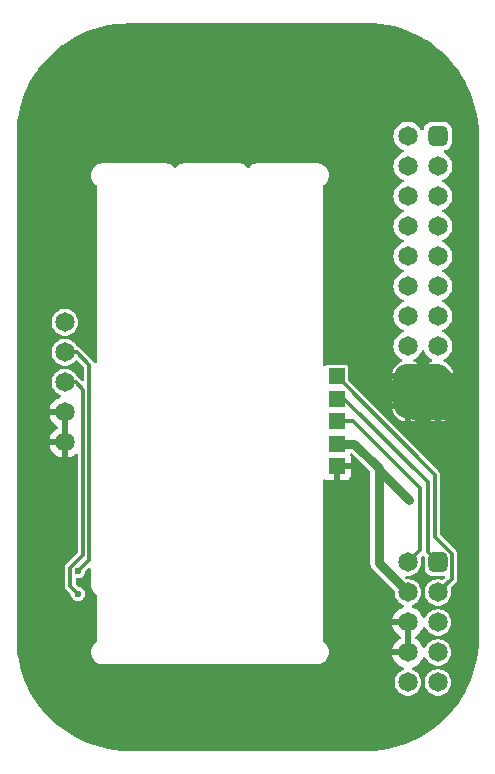
<source format=gbl>
%TF.GenerationSoftware,KiCad,Pcbnew,8.0.6*%
%TF.CreationDate,2024-11-11T21:44:25+01:00*%
%TF.ProjectId,Motor_Driver_carrier_board,4d6f746f-725f-4447-9269-7665725f6361,rev?*%
%TF.SameCoordinates,Original*%
%TF.FileFunction,Copper,L2,Bot*%
%TF.FilePolarity,Positive*%
%FSLAX46Y46*%
G04 Gerber Fmt 4.6, Leading zero omitted, Abs format (unit mm)*
G04 Created by KiCad (PCBNEW 8.0.6) date 2024-11-11 21:44:25*
%MOMM*%
%LPD*%
G01*
G04 APERTURE LIST*
G04 Aperture macros list*
%AMRoundRect*
0 Rectangle with rounded corners*
0 $1 Rounding radius*
0 $2 $3 $4 $5 $6 $7 $8 $9 X,Y pos of 4 corners*
0 Add a 4 corners polygon primitive as box body*
4,1,4,$2,$3,$4,$5,$6,$7,$8,$9,$2,$3,0*
0 Add four circle primitives for the rounded corners*
1,1,$1+$1,$2,$3*
1,1,$1+$1,$4,$5*
1,1,$1+$1,$6,$7*
1,1,$1+$1,$8,$9*
0 Add four rect primitives between the rounded corners*
20,1,$1+$1,$2,$3,$4,$5,0*
20,1,$1+$1,$4,$5,$6,$7,0*
20,1,$1+$1,$6,$7,$8,$9,0*
20,1,$1+$1,$8,$9,$2,$3,0*%
G04 Aperture macros list end*
%TA.AperFunction,ComponentPad*%
%ADD10C,1.650000*%
%TD*%
%TA.AperFunction,ComponentPad*%
%ADD11RoundRect,0.412500X0.412500X-0.412500X0.412500X0.412500X-0.412500X0.412500X-0.412500X-0.412500X0*%
%TD*%
%TA.AperFunction,SMDPad,CuDef*%
%ADD12R,1.400000X1.400000*%
%TD*%
%TA.AperFunction,ViaPad*%
%ADD13C,1.200000*%
%TD*%
%TA.AperFunction,ViaPad*%
%ADD14C,0.600000*%
%TD*%
%TA.AperFunction,Conductor*%
%ADD15C,2.000000*%
%TD*%
%TA.AperFunction,Conductor*%
%ADD16C,0.300000*%
%TD*%
%TA.AperFunction,Conductor*%
%ADD17C,0.800000*%
%TD*%
%ADD18C,0.350000*%
%ADD19C,0.300000*%
G04 APERTURE END LIST*
D10*
%TO.P,J3,1,1*%
%TO.N,SWDIO*%
X121800000Y-62120000D03*
%TO.P,J3,2,2*%
%TO.N,SWCLK*%
X121800000Y-64660000D03*
%TO.P,J3,3,3*%
%TO.N,3.3V*%
X121800000Y-67200000D03*
%TO.P,J3,4,4*%
%TO.N,GND*%
X121800000Y-69740000D03*
%TO.P,J3,5,5*%
X121800000Y-72280000D03*
%TD*%
D11*
%TO.P,P2,1,1*%
%TO.N,OUT1*%
X153375000Y-46350000D03*
D10*
%TO.P,P2,2,2*%
X150835000Y-46350000D03*
%TO.P,P2,3,3*%
X153375000Y-48890000D03*
%TO.P,P2,4,4*%
X150835000Y-48890000D03*
%TO.P,P2,5,5*%
%TO.N,OUT2*%
X153375000Y-51430000D03*
%TO.P,P2,6,6*%
X150835000Y-51430000D03*
%TO.P,P2,7,7*%
X153375000Y-53970000D03*
%TO.P,P2,8,8*%
X150835000Y-53970000D03*
%TO.P,P2,9,9*%
%TO.N,OUT3*%
X153375000Y-56510000D03*
%TO.P,P2,10,10*%
X150835000Y-56510000D03*
%TO.P,P2,11,11*%
X153375000Y-59050000D03*
%TO.P,P2,12,12*%
X150835000Y-59050000D03*
%TO.P,P2,13,13*%
%TO.N,24V*%
X153375000Y-61590000D03*
%TO.P,P2,14,14*%
X150835000Y-61590000D03*
%TO.P,P2,15,15*%
X153375000Y-64130000D03*
%TO.P,P2,16,16*%
X150835000Y-64130000D03*
%TO.P,P2,17,17*%
%TO.N,GND*%
X153375000Y-66670000D03*
%TO.P,P2,18,18*%
X150835000Y-66670000D03*
%TO.P,P2,19,19*%
X153375000Y-69210000D03*
%TO.P,P2,20,20*%
X150835000Y-69210000D03*
D11*
%TO.P,P2,21,21*%
%TO.N,H2*%
X153375000Y-82450000D03*
D10*
%TO.P,P2,22,22*%
%TO.N,H3*%
X150835000Y-82450000D03*
%TO.P,P2,23,23*%
%TO.N,H1*%
X153375000Y-84990000D03*
%TO.P,P2,24,24*%
%TO.N,5V*%
X150835000Y-84990000D03*
%TO.P,P2,25,25*%
%TO.N,RX*%
X153375000Y-87530000D03*
%TO.P,P2,26,26*%
%TO.N,GND*%
X150835000Y-87530000D03*
%TO.P,P2,27,27*%
%TO.N,5V*%
X153375000Y-90070000D03*
%TO.P,P2,28,28*%
%TO.N,GND*%
X150835000Y-90070000D03*
%TO.P,P2,29,29*%
%TO.N,TX*%
X153375000Y-92610000D03*
%TO.P,P2,30,30*%
%TO.N,PWM*%
X150835000Y-92610000D03*
%TD*%
D12*
%TO.P,GND,1*%
%TO.N,GND*%
X144800000Y-74300000D03*
%TD*%
%TO.P,H2,1*%
%TO.N,H2*%
X144800000Y-68600000D03*
%TD*%
%TO.P,5V,1*%
%TO.N,5V*%
X144800000Y-72400000D03*
%TD*%
%TO.P,H1,1*%
%TO.N,H1*%
X144800000Y-66700000D03*
%TD*%
%TO.P,H3,1*%
%TO.N,H3*%
X144800000Y-70500000D03*
%TD*%
D13*
%TO.N,GND*%
X124110000Y-91920000D03*
X125790000Y-91910000D03*
X127440000Y-91950000D03*
X127440000Y-93370000D03*
X124110000Y-93360000D03*
D14*
X122900000Y-87000000D03*
D13*
X125800000Y-93300000D03*
D14*
%TO.N,3.3V*%
X122900000Y-85100000D03*
%TO.N,SWCLK*%
X122900000Y-83200000D03*
%TO.N,5V*%
X150900000Y-77150000D03*
%TD*%
D15*
%TO.N,GND*%
X150660000Y-67880000D02*
X150660000Y-69210000D01*
X150660000Y-66670000D02*
X150660000Y-67880000D01*
X150660000Y-67880000D02*
X149990000Y-67880000D01*
X149990000Y-67880000D02*
X151450000Y-69340000D01*
X151450000Y-69340000D02*
X155250000Y-69340000D01*
X155250000Y-68545000D02*
X153375000Y-66670000D01*
X155250000Y-69340000D02*
X155250000Y-68545000D01*
D16*
%TO.N,H1*%
X144800000Y-66700000D02*
X153140000Y-75040000D01*
X153140000Y-75040000D02*
X153140000Y-80311660D01*
X153140000Y-80311660D02*
X154550000Y-81721660D01*
X154550000Y-81721660D02*
X154550000Y-83815000D01*
X154550000Y-83815000D02*
X153375000Y-84990000D01*
%TO.N,H2*%
X144800000Y-68600000D02*
X145450000Y-68600000D01*
X145450000Y-68600000D02*
X152520000Y-75670000D01*
X152520000Y-75670000D02*
X152520000Y-81595000D01*
X152520000Y-81595000D02*
X153375000Y-82450000D01*
D15*
%TO.N,GND*%
X153200000Y-69210000D02*
X150660000Y-69210000D01*
X153200000Y-66670000D02*
X150660000Y-66670000D01*
X153200000Y-66670000D02*
X153200000Y-69210000D01*
X150660000Y-69210000D02*
X153200000Y-66670000D01*
D16*
%TO.N,3.3V*%
X122250000Y-82900000D02*
X123344500Y-81805500D01*
X122250000Y-84450000D02*
X122250000Y-82900000D01*
X122700000Y-67200000D02*
X121800000Y-67200000D01*
X123344500Y-81805500D02*
X123344500Y-67844500D01*
X123344500Y-67844500D02*
X122700000Y-67200000D01*
X122900000Y-85100000D02*
X122250000Y-84450000D01*
%TO.N,SWCLK*%
X123844500Y-82255500D02*
X123844500Y-80300761D01*
X123844500Y-71919239D02*
X123844500Y-67580761D01*
X123844500Y-67580761D02*
X123850000Y-67575261D01*
X122900000Y-83200000D02*
X123844500Y-82255500D01*
X123850000Y-67575261D02*
X123850000Y-65700000D01*
X123850000Y-80295261D02*
X123850000Y-71924739D01*
X123850000Y-71924739D02*
X123844500Y-71919239D01*
X123844500Y-80300761D02*
X123850000Y-80295261D01*
X123850000Y-65700000D02*
X122810000Y-64660000D01*
X122810000Y-64660000D02*
X121800000Y-64660000D01*
%TO.N,H3*%
X151850000Y-81435000D02*
X150835000Y-82450000D01*
X144800000Y-70500000D02*
X146200000Y-70500000D01*
X146200000Y-70500000D02*
X151850000Y-76150000D01*
X151850000Y-76150000D02*
X151850000Y-81435000D01*
D17*
%TO.N,5V*%
X144800000Y-72400000D02*
X146300000Y-72400000D01*
X148350000Y-82505000D02*
X150835000Y-84990000D01*
X150900000Y-77150000D02*
X148350000Y-74600000D01*
X148350000Y-74450000D02*
X148350000Y-82505000D01*
X148350000Y-74600000D02*
X148350000Y-74450000D01*
X146300000Y-72400000D02*
X148350000Y-74450000D01*
%TD*%
%TA.AperFunction,Conductor*%
%TO.N,GND*%
G36*
X151085000Y-89579252D02*
G01*
X151047292Y-89557482D01*
X150907409Y-89520000D01*
X150762591Y-89520000D01*
X150622708Y-89557482D01*
X150585000Y-89579252D01*
X150585000Y-88020747D01*
X150622708Y-88042518D01*
X150762591Y-88080000D01*
X150907409Y-88080000D01*
X151047292Y-88042518D01*
X151085000Y-88020747D01*
X151085000Y-89579252D01*
G37*
%TD.AperFunction*%
%TA.AperFunction,Conductor*%
G36*
X122050000Y-71789252D02*
G01*
X122012292Y-71767482D01*
X121872409Y-71730000D01*
X121727591Y-71730000D01*
X121587708Y-71767482D01*
X121550000Y-71789252D01*
X121550000Y-70230747D01*
X121587708Y-70252518D01*
X121727591Y-70290000D01*
X121872409Y-70290000D01*
X122012292Y-70252518D01*
X122050000Y-70230747D01*
X122050000Y-71789252D01*
G37*
%TD.AperFunction*%
%TA.AperFunction,Conductor*%
G36*
X152862482Y-68997708D02*
G01*
X152825000Y-69137591D01*
X152825000Y-69282409D01*
X152862482Y-69422292D01*
X152884252Y-69460000D01*
X151325748Y-69460000D01*
X151347518Y-69422292D01*
X151385000Y-69282409D01*
X151385000Y-69137591D01*
X151347518Y-68997708D01*
X151325748Y-68960000D01*
X152884252Y-68960000D01*
X152862482Y-68997708D01*
G37*
%TD.AperFunction*%
%TA.AperFunction,Conductor*%
G36*
X151085000Y-68719252D02*
G01*
X151047292Y-68697482D01*
X150907409Y-68660000D01*
X150762591Y-68660000D01*
X150622708Y-68697482D01*
X150585000Y-68719252D01*
X150585000Y-67160747D01*
X150622708Y-67182518D01*
X150762591Y-67220000D01*
X150907409Y-67220000D01*
X151047292Y-67182518D01*
X151085000Y-67160747D01*
X151085000Y-68719252D01*
G37*
%TD.AperFunction*%
%TA.AperFunction,Conductor*%
G36*
X153625000Y-68719252D02*
G01*
X153587292Y-68697482D01*
X153447409Y-68660000D01*
X153302591Y-68660000D01*
X153162708Y-68697482D01*
X153125000Y-68719252D01*
X153125000Y-67160747D01*
X153162708Y-67182518D01*
X153302591Y-67220000D01*
X153447409Y-67220000D01*
X153587292Y-67182518D01*
X153625000Y-67160747D01*
X153625000Y-68719252D01*
G37*
%TD.AperFunction*%
%TA.AperFunction,Conductor*%
G36*
X152172864Y-67271321D02*
G01*
X152217383Y-67322698D01*
X152223134Y-67335032D01*
X152356118Y-67524951D01*
X152520048Y-67688881D01*
X152709970Y-67821867D01*
X152709974Y-67821869D01*
X152722303Y-67827619D01*
X152774742Y-67873792D01*
X152793893Y-67940986D01*
X152773676Y-68007867D01*
X152722303Y-68052381D01*
X152709975Y-68058129D01*
X152709968Y-68058133D01*
X152520051Y-68191114D01*
X152356114Y-68355051D01*
X152223133Y-68544968D01*
X152223129Y-68544975D01*
X152217381Y-68557303D01*
X152171208Y-68609742D01*
X152104014Y-68628893D01*
X152037133Y-68608676D01*
X151992619Y-68557303D01*
X151986870Y-68544975D01*
X151986866Y-68544968D01*
X151853885Y-68355051D01*
X151689951Y-68191118D01*
X151500032Y-68058134D01*
X151487698Y-68052383D01*
X151435258Y-68006211D01*
X151416106Y-67939017D01*
X151436321Y-67872136D01*
X151487698Y-67827617D01*
X151500032Y-67821865D01*
X151689951Y-67688881D01*
X151853881Y-67524951D01*
X151986865Y-67335032D01*
X151992617Y-67322698D01*
X152038789Y-67270258D01*
X152105983Y-67251106D01*
X152172864Y-67271321D01*
G37*
%TD.AperFunction*%
%TA.AperFunction,Conductor*%
G36*
X152862482Y-66457708D02*
G01*
X152825000Y-66597591D01*
X152825000Y-66742409D01*
X152862482Y-66882292D01*
X152884252Y-66920000D01*
X151325748Y-66920000D01*
X151347518Y-66882292D01*
X151385000Y-66742409D01*
X151385000Y-66597591D01*
X151347518Y-66457708D01*
X151325748Y-66420000D01*
X152884252Y-66420000D01*
X152862482Y-66457708D01*
G37*
%TD.AperFunction*%
%TA.AperFunction,Conductor*%
G36*
X152172865Y-64495884D02*
G01*
X152217382Y-64547259D01*
X152219007Y-64550744D01*
X152219008Y-64550747D01*
X152309632Y-64745091D01*
X152432627Y-64920745D01*
X152584255Y-65072373D01*
X152759909Y-65195368D01*
X152840020Y-65232724D01*
X152892460Y-65278896D01*
X152911612Y-65346089D01*
X152891397Y-65412970D01*
X152840021Y-65457488D01*
X152709970Y-65518132D01*
X152709968Y-65518133D01*
X152520051Y-65651114D01*
X152356114Y-65815051D01*
X152223133Y-66004968D01*
X152223129Y-66004975D01*
X152217381Y-66017303D01*
X152171208Y-66069742D01*
X152104014Y-66088893D01*
X152037133Y-66068676D01*
X151992619Y-66017303D01*
X151986870Y-66004975D01*
X151986866Y-66004968D01*
X151853885Y-65815051D01*
X151689951Y-65651118D01*
X151500030Y-65518132D01*
X151369978Y-65457488D01*
X151317539Y-65411315D01*
X151298387Y-65344122D01*
X151318603Y-65277241D01*
X151369974Y-65232726D01*
X151450091Y-65195368D01*
X151625745Y-65072373D01*
X151777373Y-64920745D01*
X151900368Y-64745091D01*
X151990992Y-64550747D01*
X151990992Y-64550744D01*
X151992618Y-64547259D01*
X152038790Y-64494820D01*
X152105984Y-64475668D01*
X152172865Y-64495884D01*
G37*
%TD.AperFunction*%
%TA.AperFunction,Conductor*%
G36*
X147350237Y-36750592D02*
G01*
X147941268Y-36772052D01*
X147948975Y-36772573D01*
X148536386Y-36830872D01*
X148544074Y-36831880D01*
X149126637Y-36926825D01*
X149134248Y-36928311D01*
X149709749Y-37059539D01*
X149717259Y-37061501D01*
X150283404Y-37228488D01*
X150290758Y-37230910D01*
X150845350Y-37433010D01*
X150852532Y-37435885D01*
X151393414Y-37672312D01*
X151400416Y-37675639D01*
X151925419Y-37945449D01*
X151932167Y-37949188D01*
X152403219Y-38229859D01*
X152439259Y-38251333D01*
X152445801Y-38255514D01*
X152932953Y-38588785D01*
X152939213Y-38593361D01*
X153404582Y-38956494D01*
X153410551Y-38961460D01*
X153852255Y-39352989D01*
X153857880Y-39358298D01*
X154058712Y-39560131D01*
X154274226Y-39776720D01*
X154279523Y-39782388D01*
X154535352Y-40073910D01*
X154668853Y-40226038D01*
X154673790Y-40232033D01*
X155034590Y-40699187D01*
X155039142Y-40705478D01*
X155369985Y-41194283D01*
X155374134Y-41200846D01*
X155673743Y-41709418D01*
X155677473Y-41716229D01*
X155944659Y-42242552D01*
X155947955Y-42249583D01*
X156181667Y-42791583D01*
X156184517Y-42798806D01*
X156383854Y-43354391D01*
X156386246Y-43361779D01*
X156550412Y-43928737D01*
X156552337Y-43936260D01*
X156680694Y-44512381D01*
X156682145Y-44520009D01*
X156774192Y-45103051D01*
X156775162Y-45110755D01*
X156830534Y-45698404D01*
X156831020Y-45706155D01*
X156849561Y-46298045D01*
X156849622Y-46301927D01*
X156849500Y-88834106D01*
X156849500Y-88898046D01*
X156849439Y-88901941D01*
X156830877Y-89492582D01*
X156830388Y-89500356D01*
X156774959Y-90086732D01*
X156773982Y-90094461D01*
X156681849Y-90676169D01*
X156680390Y-90683821D01*
X156551903Y-91258638D01*
X156549965Y-91266183D01*
X156385648Y-91831765D01*
X156383242Y-91839168D01*
X156379881Y-91848507D01*
X156183735Y-92393323D01*
X156180868Y-92400565D01*
X155946952Y-92941113D01*
X155943635Y-92948162D01*
X155676241Y-93472951D01*
X155672488Y-93479777D01*
X155372675Y-93986734D01*
X155368501Y-93993311D01*
X155037444Y-94480446D01*
X155032865Y-94486748D01*
X154671887Y-94952118D01*
X154666922Y-94958121D01*
X154277406Y-95399940D01*
X154272073Y-95405618D01*
X153855618Y-95822073D01*
X153849940Y-95827406D01*
X153408121Y-96216922D01*
X153402118Y-96221887D01*
X152936748Y-96582865D01*
X152930446Y-96587444D01*
X152443311Y-96918501D01*
X152436734Y-96922675D01*
X151929777Y-97222488D01*
X151922951Y-97226241D01*
X151398162Y-97493635D01*
X151391113Y-97496952D01*
X150850565Y-97730868D01*
X150843323Y-97733735D01*
X150461504Y-97871198D01*
X150289168Y-97933242D01*
X150281765Y-97935648D01*
X149716183Y-98099965D01*
X149708638Y-98101903D01*
X149133821Y-98230390D01*
X149126169Y-98231849D01*
X148544461Y-98323982D01*
X148536732Y-98324959D01*
X147950356Y-98380388D01*
X147942582Y-98380877D01*
X147351941Y-98399439D01*
X147348046Y-98399500D01*
X127201954Y-98399500D01*
X127198059Y-98399439D01*
X126607417Y-98380877D01*
X126599643Y-98380388D01*
X126013267Y-98324959D01*
X126005538Y-98323982D01*
X125423830Y-98231849D01*
X125416178Y-98230390D01*
X124841361Y-98101903D01*
X124833816Y-98099965D01*
X124268234Y-97935648D01*
X124260840Y-97933246D01*
X123706676Y-97733735D01*
X123699434Y-97730868D01*
X123158886Y-97496952D01*
X123151837Y-97493635D01*
X122627048Y-97226241D01*
X122620222Y-97222488D01*
X122113265Y-96922675D01*
X122106688Y-96918501D01*
X121619553Y-96587444D01*
X121613251Y-96582865D01*
X121147881Y-96221887D01*
X121141878Y-96216922D01*
X120700059Y-95827406D01*
X120694381Y-95822073D01*
X120277926Y-95405618D01*
X120272593Y-95399940D01*
X119883077Y-94958121D01*
X119878112Y-94952118D01*
X119517134Y-94486748D01*
X119512555Y-94480446D01*
X119181498Y-93993311D01*
X119177324Y-93986734D01*
X118877511Y-93479777D01*
X118873758Y-93472951D01*
X118606364Y-92948162D01*
X118603047Y-92941113D01*
X118369131Y-92400565D01*
X118366270Y-92393338D01*
X118166746Y-91839139D01*
X118164358Y-91831789D01*
X118000031Y-91266172D01*
X117998096Y-91258638D01*
X117975416Y-91157173D01*
X117869605Y-90683802D01*
X117868153Y-90676188D01*
X117776016Y-90094459D01*
X117775040Y-90086732D01*
X117769792Y-90031211D01*
X117719610Y-89500340D01*
X117719123Y-89492598D01*
X117700561Y-88901941D01*
X117700500Y-88898046D01*
X117700500Y-69490000D01*
X120495247Y-69490000D01*
X121309252Y-69490000D01*
X121287482Y-69527708D01*
X121250000Y-69667591D01*
X121250000Y-69812409D01*
X121287482Y-69952292D01*
X121309252Y-69990000D01*
X120495247Y-69990000D01*
X120550148Y-70194900D01*
X120550152Y-70194909D01*
X120648132Y-70405030D01*
X120781118Y-70594951D01*
X120945048Y-70758881D01*
X121134970Y-70891867D01*
X121134974Y-70891869D01*
X121147303Y-70897619D01*
X121199742Y-70943792D01*
X121218893Y-71010986D01*
X121198676Y-71077867D01*
X121147303Y-71122381D01*
X121134975Y-71128129D01*
X121134968Y-71128133D01*
X120945051Y-71261114D01*
X120781114Y-71425051D01*
X120648133Y-71614968D01*
X120648132Y-71614970D01*
X120550152Y-71825090D01*
X120550148Y-71825099D01*
X120495247Y-72030000D01*
X121309252Y-72030000D01*
X121287482Y-72067708D01*
X121250000Y-72207591D01*
X121250000Y-72352409D01*
X121287482Y-72492292D01*
X121309252Y-72530000D01*
X120495247Y-72530000D01*
X120550148Y-72734900D01*
X120550152Y-72734909D01*
X120648132Y-72945030D01*
X120781118Y-73134951D01*
X120945048Y-73298881D01*
X121134969Y-73431867D01*
X121345090Y-73529847D01*
X121345099Y-73529851D01*
X121550000Y-73584752D01*
X121550000Y-72770747D01*
X121587708Y-72792518D01*
X121727591Y-72830000D01*
X121872409Y-72830000D01*
X122012292Y-72792518D01*
X122050000Y-72770747D01*
X122050000Y-73584751D01*
X122254900Y-73529851D01*
X122254909Y-73529847D01*
X122465030Y-73431867D01*
X122654951Y-73298881D01*
X122682319Y-73271514D01*
X122743642Y-73238029D01*
X122813334Y-73243013D01*
X122869267Y-73284885D01*
X122893684Y-73350349D01*
X122894000Y-73359195D01*
X122894000Y-81567534D01*
X122874315Y-81634573D01*
X122857681Y-81655215D01*
X121889513Y-82623383D01*
X121889509Y-82623389D01*
X121830201Y-82726112D01*
X121830200Y-82726117D01*
X121799500Y-82840691D01*
X121799500Y-84509308D01*
X121818891Y-84581680D01*
X121830200Y-84623885D01*
X121830200Y-84623886D01*
X121830201Y-84623887D01*
X121889511Y-84726614D01*
X121889513Y-84726616D01*
X122269317Y-85106421D01*
X122302802Y-85167744D01*
X122304575Y-85177916D01*
X122314955Y-85256761D01*
X122373591Y-85398319D01*
X122375464Y-85402841D01*
X122471718Y-85528282D01*
X122597159Y-85624536D01*
X122743238Y-85685044D01*
X122821619Y-85695363D01*
X122899999Y-85705682D01*
X122900000Y-85705682D01*
X122900001Y-85705682D01*
X122952254Y-85698802D01*
X123056762Y-85685044D01*
X123202841Y-85624536D01*
X123328282Y-85528282D01*
X123424536Y-85402841D01*
X123485044Y-85256762D01*
X123505682Y-85100000D01*
X123485044Y-84943238D01*
X123424536Y-84797159D01*
X123328282Y-84671718D01*
X123202841Y-84575464D01*
X123202274Y-84575229D01*
X123056761Y-84514955D01*
X122977916Y-84504575D01*
X122914019Y-84476308D01*
X122906421Y-84469317D01*
X122736819Y-84299715D01*
X122703334Y-84238392D01*
X122700500Y-84212034D01*
X122700500Y-83920812D01*
X122720185Y-83853773D01*
X122772989Y-83808018D01*
X122840685Y-83797873D01*
X122900000Y-83805682D01*
X122900001Y-83805682D01*
X122952254Y-83798802D01*
X123056762Y-83785044D01*
X123202841Y-83724536D01*
X123328282Y-83628282D01*
X123424536Y-83502841D01*
X123485044Y-83356762D01*
X123495424Y-83277915D01*
X123523688Y-83214021D01*
X123530669Y-83206433D01*
X123782319Y-82954784D01*
X123843642Y-82921299D01*
X123913334Y-82926283D01*
X123969267Y-82968155D01*
X123993684Y-83033619D01*
X123994000Y-83042465D01*
X123994000Y-84377534D01*
X124024398Y-84549937D01*
X124084275Y-84714446D01*
X124171809Y-84866057D01*
X124284336Y-85000163D01*
X124418442Y-85112690D01*
X124418443Y-85112691D01*
X124418445Y-85112692D01*
X124437500Y-85123693D01*
X124485716Y-85174260D01*
X124499500Y-85231080D01*
X124499500Y-89110482D01*
X124499497Y-89110532D01*
X124499497Y-89112084D01*
X124499380Y-89112480D01*
X124498617Y-89125256D01*
X124498614Y-89125281D01*
X124495723Y-89124934D01*
X124479812Y-89179123D01*
X124447668Y-89209771D01*
X124449068Y-89211602D01*
X124448504Y-89212033D01*
X124437807Y-89219173D01*
X124437495Y-89219472D01*
X124436505Y-89220043D01*
X124435336Y-89220824D01*
X124418561Y-89230534D01*
X124418555Y-89230538D01*
X124276353Y-89352912D01*
X124276349Y-89352916D01*
X124203801Y-89443889D01*
X124159368Y-89499606D01*
X124073710Y-89661681D01*
X124071698Y-89665487D01*
X124016398Y-89844766D01*
X124016395Y-89844779D01*
X123995389Y-90031211D01*
X124009410Y-90218304D01*
X124057970Y-90399537D01*
X124118347Y-90524909D01*
X124139376Y-90568576D01*
X124250789Y-90719536D01*
X124388325Y-90847150D01*
X124547188Y-90946971D01*
X124547191Y-90946972D01*
X124547190Y-90946972D01*
X124610997Y-90972014D01*
X124721840Y-91015516D01*
X124906190Y-91050397D01*
X124925489Y-91050417D01*
X124926715Y-91050500D01*
X124934108Y-91050500D01*
X143223317Y-91050500D01*
X143224537Y-91050417D01*
X143243810Y-91050397D01*
X143428160Y-91015516D01*
X143602812Y-90946971D01*
X143761675Y-90847150D01*
X143899211Y-90719536D01*
X144010624Y-90568576D01*
X144092030Y-90399536D01*
X144140589Y-90218308D01*
X144154610Y-90031211D01*
X144133603Y-89844770D01*
X144078301Y-89665485D01*
X143990632Y-89499606D01*
X143873652Y-89352918D01*
X143873650Y-89352916D01*
X143873646Y-89352912D01*
X143797271Y-89287187D01*
X143731441Y-89230536D01*
X143714729Y-89220863D01*
X143713717Y-89220185D01*
X143712485Y-89219474D01*
X143712188Y-89219162D01*
X143701355Y-89211914D01*
X143700869Y-89211541D01*
X143702677Y-89209184D01*
X143664277Y-89168899D01*
X143653648Y-89125010D01*
X143651386Y-89125282D01*
X143651383Y-89125257D01*
X143650621Y-89112511D01*
X143650502Y-89112019D01*
X143650502Y-89110532D01*
X143650500Y-89110483D01*
X143650500Y-75535807D01*
X143670185Y-75468768D01*
X143722989Y-75423013D01*
X143792147Y-75413069D01*
X143848814Y-75436542D01*
X143857913Y-75443354D01*
X143992620Y-75493596D01*
X143992627Y-75493598D01*
X144052155Y-75499999D01*
X144052172Y-75500000D01*
X144550000Y-75500000D01*
X145050000Y-75500000D01*
X145547828Y-75500000D01*
X145547844Y-75499999D01*
X145607372Y-75493598D01*
X145607379Y-75493596D01*
X145742086Y-75443354D01*
X145742093Y-75443350D01*
X145857187Y-75357190D01*
X145857190Y-75357187D01*
X145943350Y-75242093D01*
X145943354Y-75242086D01*
X145993596Y-75107379D01*
X145993598Y-75107372D01*
X145999999Y-75047844D01*
X146000000Y-75047827D01*
X146000000Y-74550000D01*
X145050000Y-74550000D01*
X145050000Y-75500000D01*
X144550000Y-75500000D01*
X144550000Y-74174000D01*
X144569685Y-74106961D01*
X144622489Y-74061206D01*
X144674000Y-74050000D01*
X146000000Y-74050000D01*
X146000000Y-73552172D01*
X145999999Y-73552155D01*
X145993598Y-73492627D01*
X145993596Y-73492620D01*
X145949882Y-73375416D01*
X145944898Y-73305725D01*
X145978383Y-73244402D01*
X146039706Y-73210917D01*
X146109398Y-73215901D01*
X146153745Y-73244402D01*
X147613181Y-74703838D01*
X147646666Y-74765161D01*
X147649500Y-74791519D01*
X147649500Y-82436006D01*
X147649500Y-82573994D01*
X147649500Y-82573996D01*
X147649499Y-82573996D01*
X147676418Y-82709322D01*
X147676421Y-82709332D01*
X147729222Y-82836807D01*
X147805887Y-82951545D01*
X147805888Y-82951546D01*
X149675361Y-84821018D01*
X149708846Y-84882341D01*
X149711151Y-84920140D01*
X149704678Y-84989998D01*
X149704678Y-84990000D01*
X149723923Y-85197691D01*
X149723923Y-85197693D01*
X149723924Y-85197696D01*
X149740730Y-85256762D01*
X149781007Y-85398322D01*
X149845719Y-85528281D01*
X149873981Y-85585038D01*
X149999682Y-85751493D01*
X150153829Y-85892016D01*
X150331172Y-86001823D01*
X150331175Y-86001824D01*
X150421866Y-86036958D01*
X150477268Y-86079531D01*
X150500859Y-86145297D01*
X150485148Y-86213378D01*
X150435124Y-86262157D01*
X150409167Y-86272360D01*
X150380097Y-86280149D01*
X150380090Y-86280152D01*
X150169970Y-86378132D01*
X150169968Y-86378133D01*
X149980051Y-86511114D01*
X149816114Y-86675051D01*
X149683133Y-86864968D01*
X149683132Y-86864970D01*
X149585152Y-87075090D01*
X149585148Y-87075099D01*
X149530247Y-87280000D01*
X150344252Y-87280000D01*
X150322482Y-87317708D01*
X150285000Y-87457591D01*
X150285000Y-87602409D01*
X150322482Y-87742292D01*
X150344252Y-87780000D01*
X149530247Y-87780000D01*
X149585148Y-87984900D01*
X149585152Y-87984909D01*
X149683132Y-88195030D01*
X149816118Y-88384951D01*
X149980048Y-88548881D01*
X150169970Y-88681867D01*
X150169974Y-88681869D01*
X150182303Y-88687619D01*
X150234742Y-88733792D01*
X150253893Y-88800986D01*
X150233676Y-88867867D01*
X150182303Y-88912381D01*
X150169975Y-88918129D01*
X150169968Y-88918133D01*
X149980051Y-89051114D01*
X149816114Y-89215051D01*
X149683133Y-89404968D01*
X149683132Y-89404970D01*
X149585152Y-89615090D01*
X149585148Y-89615099D01*
X149530247Y-89820000D01*
X150344252Y-89820000D01*
X150322482Y-89857708D01*
X150285000Y-89997591D01*
X150285000Y-90142409D01*
X150322482Y-90282292D01*
X150344252Y-90320000D01*
X149530247Y-90320000D01*
X149585148Y-90524900D01*
X149585152Y-90524909D01*
X149683132Y-90735030D01*
X149816118Y-90924951D01*
X149980048Y-91088881D01*
X150169969Y-91221867D01*
X150380090Y-91319847D01*
X150380104Y-91319853D01*
X150409164Y-91327639D01*
X150468825Y-91364002D01*
X150499356Y-91426849D01*
X150491062Y-91496224D01*
X150446578Y-91550103D01*
X150421868Y-91563040D01*
X150331178Y-91598173D01*
X150331171Y-91598177D01*
X150153827Y-91707985D01*
X149999683Y-91848505D01*
X149873981Y-92014961D01*
X149781007Y-92201677D01*
X149781006Y-92201681D01*
X149725434Y-92396999D01*
X149723923Y-92402308D01*
X149704678Y-92609999D01*
X149704678Y-92610000D01*
X149723923Y-92817691D01*
X149723923Y-92817693D01*
X149723924Y-92817696D01*
X149781006Y-93018319D01*
X149873981Y-93205038D01*
X149999682Y-93371493D01*
X150153829Y-93512016D01*
X150331172Y-93621823D01*
X150525673Y-93697173D01*
X150730707Y-93735500D01*
X150730710Y-93735500D01*
X150939290Y-93735500D01*
X150939293Y-93735500D01*
X151144327Y-93697173D01*
X151338828Y-93621823D01*
X151516171Y-93512016D01*
X151670318Y-93371493D01*
X151796019Y-93205038D01*
X151888994Y-93018319D01*
X151946076Y-92817696D01*
X151965322Y-92610000D01*
X151965322Y-92609999D01*
X152244678Y-92609999D01*
X152244678Y-92610000D01*
X152263923Y-92817691D01*
X152263923Y-92817693D01*
X152263924Y-92817696D01*
X152321006Y-93018319D01*
X152413981Y-93205038D01*
X152539682Y-93371493D01*
X152693829Y-93512016D01*
X152871172Y-93621823D01*
X153065673Y-93697173D01*
X153270707Y-93735500D01*
X153270710Y-93735500D01*
X153479290Y-93735500D01*
X153479293Y-93735500D01*
X153684327Y-93697173D01*
X153878828Y-93621823D01*
X154056171Y-93512016D01*
X154210318Y-93371493D01*
X154336019Y-93205038D01*
X154428994Y-93018319D01*
X154486076Y-92817696D01*
X154505322Y-92610000D01*
X154486076Y-92402304D01*
X154428994Y-92201681D01*
X154336019Y-92014962D01*
X154210318Y-91848507D01*
X154056171Y-91707984D01*
X153878828Y-91598177D01*
X153878827Y-91598176D01*
X153736609Y-91543081D01*
X153684327Y-91522827D01*
X153479293Y-91484500D01*
X153270707Y-91484500D01*
X153065673Y-91522827D01*
X153065670Y-91522827D01*
X153065670Y-91522828D01*
X152871172Y-91598176D01*
X152871171Y-91598177D01*
X152693827Y-91707985D01*
X152539683Y-91848505D01*
X152413981Y-92014961D01*
X152321007Y-92201677D01*
X152321006Y-92201681D01*
X152265434Y-92396999D01*
X152263923Y-92402308D01*
X152244678Y-92609999D01*
X151965322Y-92609999D01*
X151946076Y-92402304D01*
X151888994Y-92201681D01*
X151796019Y-92014962D01*
X151670318Y-91848507D01*
X151516171Y-91707984D01*
X151338828Y-91598177D01*
X151338827Y-91598176D01*
X151248132Y-91563041D01*
X151192730Y-91520468D01*
X151169140Y-91454701D01*
X151184851Y-91386620D01*
X151234875Y-91337842D01*
X151260836Y-91327638D01*
X151289903Y-91319850D01*
X151289909Y-91319847D01*
X151500030Y-91221867D01*
X151689951Y-91088881D01*
X151853881Y-90924951D01*
X151986867Y-90735030D01*
X152084847Y-90524909D01*
X152084852Y-90524898D01*
X152090810Y-90502662D01*
X152127174Y-90443001D01*
X152190020Y-90412471D01*
X152259396Y-90420765D01*
X152313274Y-90465250D01*
X152321585Y-90479482D01*
X152344205Y-90524909D01*
X152413981Y-90665038D01*
X152539682Y-90831493D01*
X152693829Y-90972016D01*
X152871172Y-91081823D01*
X153065673Y-91157173D01*
X153270707Y-91195500D01*
X153270710Y-91195500D01*
X153479290Y-91195500D01*
X153479293Y-91195500D01*
X153684327Y-91157173D01*
X153878828Y-91081823D01*
X154056171Y-90972016D01*
X154210318Y-90831493D01*
X154336019Y-90665038D01*
X154428994Y-90478319D01*
X154486076Y-90277696D01*
X154505322Y-90070000D01*
X154486076Y-89862304D01*
X154428994Y-89661681D01*
X154336019Y-89474962D01*
X154210318Y-89308507D01*
X154056171Y-89167984D01*
X153878828Y-89058177D01*
X153878827Y-89058176D01*
X153736609Y-89003081D01*
X153684327Y-88982827D01*
X153479293Y-88944500D01*
X153270707Y-88944500D01*
X153065673Y-88982827D01*
X153065670Y-88982827D01*
X153065670Y-88982828D01*
X152871172Y-89058176D01*
X152871171Y-89058177D01*
X152693827Y-89167985D01*
X152539683Y-89308505D01*
X152413981Y-89474961D01*
X152321585Y-89660517D01*
X152274082Y-89711754D01*
X152206419Y-89729175D01*
X152140079Y-89707249D01*
X152096124Y-89652938D01*
X152090810Y-89637338D01*
X152084851Y-89615099D01*
X152084847Y-89615090D01*
X151986867Y-89404970D01*
X151986866Y-89404968D01*
X151853885Y-89215051D01*
X151689951Y-89051118D01*
X151500032Y-88918134D01*
X151487698Y-88912383D01*
X151435258Y-88866211D01*
X151416106Y-88799017D01*
X151436321Y-88732136D01*
X151487698Y-88687617D01*
X151500032Y-88681865D01*
X151689951Y-88548881D01*
X151853881Y-88384951D01*
X151986867Y-88195030D01*
X152084847Y-87984909D01*
X152084852Y-87984898D01*
X152090810Y-87962662D01*
X152127174Y-87903001D01*
X152190020Y-87872471D01*
X152259396Y-87880765D01*
X152313274Y-87925250D01*
X152321585Y-87939482D01*
X152344205Y-87984909D01*
X152413981Y-88125038D01*
X152539682Y-88291493D01*
X152693829Y-88432016D01*
X152871172Y-88541823D01*
X153065673Y-88617173D01*
X153270707Y-88655500D01*
X153270710Y-88655500D01*
X153479290Y-88655500D01*
X153479293Y-88655500D01*
X153684327Y-88617173D01*
X153878828Y-88541823D01*
X154056171Y-88432016D01*
X154210318Y-88291493D01*
X154336019Y-88125038D01*
X154428994Y-87938319D01*
X154486076Y-87737696D01*
X154505322Y-87530000D01*
X154486076Y-87322304D01*
X154428994Y-87121681D01*
X154336019Y-86934962D01*
X154210318Y-86768507D01*
X154056171Y-86627984D01*
X153878828Y-86518177D01*
X153878827Y-86518176D01*
X153736609Y-86463081D01*
X153684327Y-86442827D01*
X153479293Y-86404500D01*
X153270707Y-86404500D01*
X153065673Y-86442827D01*
X153065670Y-86442827D01*
X153065670Y-86442828D01*
X152871172Y-86518176D01*
X152871171Y-86518177D01*
X152693827Y-86627985D01*
X152539683Y-86768505D01*
X152413981Y-86934961D01*
X152321585Y-87120517D01*
X152274082Y-87171754D01*
X152206419Y-87189175D01*
X152140079Y-87167249D01*
X152096124Y-87112938D01*
X152090810Y-87097338D01*
X152084851Y-87075099D01*
X152084847Y-87075090D01*
X151986867Y-86864970D01*
X151986866Y-86864968D01*
X151853885Y-86675051D01*
X151689951Y-86511118D01*
X151500030Y-86378132D01*
X151289909Y-86280152D01*
X151289903Y-86280149D01*
X151260832Y-86272360D01*
X151201172Y-86235995D01*
X151170643Y-86173148D01*
X151178938Y-86103772D01*
X151223423Y-86049894D01*
X151248130Y-86036959D01*
X151338828Y-86001823D01*
X151516171Y-85892016D01*
X151670318Y-85751493D01*
X151796019Y-85585038D01*
X151888994Y-85398319D01*
X151946076Y-85197696D01*
X151965322Y-84990000D01*
X151946076Y-84782304D01*
X151888994Y-84581681D01*
X151796019Y-84394962D01*
X151670318Y-84228507D01*
X151516171Y-84087984D01*
X151338828Y-83978177D01*
X151338827Y-83978176D01*
X151171859Y-83913493D01*
X151144327Y-83902827D01*
X150939293Y-83864500D01*
X150751519Y-83864500D01*
X150684480Y-83844815D01*
X150663838Y-83828181D01*
X150620838Y-83785181D01*
X150587353Y-83723858D01*
X150592337Y-83654166D01*
X150634209Y-83598233D01*
X150699673Y-83573816D01*
X150724974Y-83575252D01*
X150725001Y-83574971D01*
X150730705Y-83575499D01*
X150730707Y-83575500D01*
X150730709Y-83575500D01*
X150939290Y-83575500D01*
X150939293Y-83575500D01*
X151144327Y-83537173D01*
X151338828Y-83461823D01*
X151516171Y-83352016D01*
X151670318Y-83211493D01*
X151796019Y-83045038D01*
X151888994Y-82858319D01*
X151946076Y-82657696D01*
X151965322Y-82450000D01*
X151946076Y-82242304D01*
X151907036Y-82105092D01*
X151907622Y-82035229D01*
X151938617Y-81983484D01*
X152017321Y-81904781D01*
X152078642Y-81871299D01*
X152148333Y-81876284D01*
X152192680Y-81904784D01*
X152213181Y-81925285D01*
X152246666Y-81986608D01*
X152249500Y-82012966D01*
X152249500Y-82910005D01*
X152249501Y-82910023D01*
X152259475Y-83007662D01*
X152259476Y-83007665D01*
X152311902Y-83165875D01*
X152311903Y-83165878D01*
X152399404Y-83307739D01*
X152517261Y-83425596D01*
X152659122Y-83513097D01*
X152817337Y-83565524D01*
X152914987Y-83575500D01*
X153835012Y-83575499D01*
X153841763Y-83574809D01*
X153910455Y-83587577D01*
X153961341Y-83635456D01*
X153978263Y-83703246D01*
X153955849Y-83769423D01*
X153942050Y-83785845D01*
X153883081Y-83844815D01*
X153842903Y-83884993D01*
X153781579Y-83918477D01*
X153711888Y-83913493D01*
X153710430Y-83912938D01*
X153684334Y-83902829D01*
X153684330Y-83902828D01*
X153684327Y-83902827D01*
X153479293Y-83864500D01*
X153270707Y-83864500D01*
X153065673Y-83902827D01*
X153065670Y-83902827D01*
X153065670Y-83902828D01*
X152871172Y-83978176D01*
X152871171Y-83978177D01*
X152693827Y-84087985D01*
X152539683Y-84228505D01*
X152413981Y-84394961D01*
X152321007Y-84581677D01*
X152321006Y-84581680D01*
X152321006Y-84581681D01*
X152283232Y-84714445D01*
X152263923Y-84782308D01*
X152244678Y-84989999D01*
X152244678Y-84990000D01*
X152263923Y-85197691D01*
X152263923Y-85197693D01*
X152263924Y-85197696D01*
X152280730Y-85256762D01*
X152321007Y-85398322D01*
X152385719Y-85528281D01*
X152413981Y-85585038D01*
X152539682Y-85751493D01*
X152693829Y-85892016D01*
X152871172Y-86001823D01*
X153065673Y-86077173D01*
X153270707Y-86115500D01*
X153270710Y-86115500D01*
X153479290Y-86115500D01*
X153479293Y-86115500D01*
X153684327Y-86077173D01*
X153878828Y-86001823D01*
X154056171Y-85892016D01*
X154210318Y-85751493D01*
X154336019Y-85585038D01*
X154428994Y-85398319D01*
X154486076Y-85197696D01*
X154505322Y-84990000D01*
X154498848Y-84920140D01*
X154487453Y-84797160D01*
X154486076Y-84782304D01*
X154447036Y-84645092D01*
X154447622Y-84575229D01*
X154478619Y-84523482D01*
X154910489Y-84091614D01*
X154969799Y-83988887D01*
X154976285Y-83964675D01*
X154976286Y-83964675D01*
X154976286Y-83964671D01*
X155000500Y-83874309D01*
X155000500Y-81662351D01*
X154976286Y-81571986D01*
X154976286Y-81571985D01*
X154976286Y-81571984D01*
X154973544Y-81561751D01*
X154969799Y-81547773D01*
X154910489Y-81445046D01*
X153626819Y-80161376D01*
X153593334Y-80100053D01*
X153590500Y-80073695D01*
X153590500Y-74980693D01*
X153590500Y-74980691D01*
X153559799Y-74866114D01*
X153559799Y-74866113D01*
X153500489Y-74763386D01*
X145836818Y-67099715D01*
X145803333Y-67038392D01*
X145800499Y-67012034D01*
X145800499Y-66420000D01*
X149530247Y-66420000D01*
X150344252Y-66420000D01*
X150322482Y-66457708D01*
X150285000Y-66597591D01*
X150285000Y-66742409D01*
X150322482Y-66882292D01*
X150344252Y-66920000D01*
X149530247Y-66920000D01*
X149585148Y-67124900D01*
X149585152Y-67124909D01*
X149683132Y-67335030D01*
X149816118Y-67524951D01*
X149980048Y-67688881D01*
X150169970Y-67821867D01*
X150169974Y-67821869D01*
X150182303Y-67827619D01*
X150234742Y-67873792D01*
X150253893Y-67940986D01*
X150233676Y-68007867D01*
X150182303Y-68052381D01*
X150169975Y-68058129D01*
X150169968Y-68058133D01*
X149980051Y-68191114D01*
X149816114Y-68355051D01*
X149683133Y-68544968D01*
X149683132Y-68544970D01*
X149585152Y-68755090D01*
X149585148Y-68755099D01*
X149530247Y-68960000D01*
X150344252Y-68960000D01*
X150322482Y-68997708D01*
X150285000Y-69137591D01*
X150285000Y-69282409D01*
X150322482Y-69422292D01*
X150344252Y-69460000D01*
X149530247Y-69460000D01*
X149585148Y-69664900D01*
X149585152Y-69664909D01*
X149683132Y-69875030D01*
X149816118Y-70064951D01*
X149980048Y-70228881D01*
X150169969Y-70361867D01*
X150380090Y-70459847D01*
X150380099Y-70459851D01*
X150585000Y-70514752D01*
X150585000Y-69700747D01*
X150622708Y-69722518D01*
X150762591Y-69760000D01*
X150907409Y-69760000D01*
X151047292Y-69722518D01*
X151085000Y-69700747D01*
X151085000Y-70514751D01*
X151289900Y-70459851D01*
X151289909Y-70459847D01*
X151500030Y-70361867D01*
X151689951Y-70228881D01*
X151853881Y-70064951D01*
X151986865Y-69875032D01*
X151992617Y-69862698D01*
X152038789Y-69810258D01*
X152105983Y-69791106D01*
X152172864Y-69811321D01*
X152217383Y-69862698D01*
X152223134Y-69875032D01*
X152356118Y-70064951D01*
X152520048Y-70228881D01*
X152709969Y-70361867D01*
X152920090Y-70459847D01*
X152920099Y-70459851D01*
X153125000Y-70514752D01*
X153125000Y-69700747D01*
X153162708Y-69722518D01*
X153302591Y-69760000D01*
X153447409Y-69760000D01*
X153587292Y-69722518D01*
X153625000Y-69700747D01*
X153625000Y-70514751D01*
X153829900Y-70459851D01*
X153829909Y-70459847D01*
X154040030Y-70361867D01*
X154229951Y-70228881D01*
X154393881Y-70064951D01*
X154526867Y-69875030D01*
X154624847Y-69664909D01*
X154624851Y-69664900D01*
X154679753Y-69460000D01*
X153865748Y-69460000D01*
X153887518Y-69422292D01*
X153925000Y-69282409D01*
X153925000Y-69137591D01*
X153887518Y-68997708D01*
X153865748Y-68960000D01*
X154679752Y-68960000D01*
X154624851Y-68755099D01*
X154624847Y-68755090D01*
X154526867Y-68544970D01*
X154526866Y-68544968D01*
X154393885Y-68355051D01*
X154229951Y-68191118D01*
X154040032Y-68058134D01*
X154027698Y-68052383D01*
X153975258Y-68006211D01*
X153956106Y-67939017D01*
X153976321Y-67872136D01*
X154027698Y-67827617D01*
X154040032Y-67821865D01*
X154229951Y-67688881D01*
X154393881Y-67524951D01*
X154526867Y-67335030D01*
X154624847Y-67124909D01*
X154624851Y-67124900D01*
X154679753Y-66920000D01*
X153865748Y-66920000D01*
X153887518Y-66882292D01*
X153925000Y-66742409D01*
X153925000Y-66597591D01*
X153887518Y-66457708D01*
X153865748Y-66420000D01*
X154679752Y-66420000D01*
X154624851Y-66215099D01*
X154624847Y-66215090D01*
X154526867Y-66004970D01*
X154526866Y-66004968D01*
X154393885Y-65815051D01*
X154229951Y-65651118D01*
X154040030Y-65518132D01*
X153909978Y-65457488D01*
X153857539Y-65411315D01*
X153838387Y-65344122D01*
X153858603Y-65277241D01*
X153909974Y-65232726D01*
X153990091Y-65195368D01*
X154165745Y-65072373D01*
X154317373Y-64920745D01*
X154440368Y-64745091D01*
X154530992Y-64550747D01*
X154586492Y-64343619D01*
X154605181Y-64130000D01*
X154586492Y-63916381D01*
X154530992Y-63709253D01*
X154440368Y-63514910D01*
X154317373Y-63339255D01*
X154165745Y-63187627D01*
X153990091Y-63064632D01*
X153795747Y-62974008D01*
X153795744Y-62974007D01*
X153792259Y-62972382D01*
X153739820Y-62926210D01*
X153720668Y-62859016D01*
X153740884Y-62792135D01*
X153792259Y-62747618D01*
X153795744Y-62745992D01*
X153795747Y-62745992D01*
X153990091Y-62655368D01*
X154165745Y-62532373D01*
X154317373Y-62380745D01*
X154440368Y-62205091D01*
X154530992Y-62010747D01*
X154586492Y-61803619D01*
X154605181Y-61590000D01*
X154586492Y-61376381D01*
X154530992Y-61169253D01*
X154440368Y-60974910D01*
X154317373Y-60799255D01*
X154165745Y-60647627D01*
X153990091Y-60524632D01*
X153795747Y-60434008D01*
X153795744Y-60434007D01*
X153792259Y-60432382D01*
X153739820Y-60386210D01*
X153720668Y-60319016D01*
X153740884Y-60252135D01*
X153792259Y-60207618D01*
X153795744Y-60205992D01*
X153795747Y-60205992D01*
X153990091Y-60115368D01*
X154165745Y-59992373D01*
X154317373Y-59840745D01*
X154440368Y-59665091D01*
X154530992Y-59470747D01*
X154586492Y-59263619D01*
X154605181Y-59050000D01*
X154586492Y-58836381D01*
X154530992Y-58629253D01*
X154440368Y-58434910D01*
X154317373Y-58259255D01*
X154165745Y-58107627D01*
X153990091Y-57984632D01*
X153795747Y-57894008D01*
X153795744Y-57894007D01*
X153792259Y-57892382D01*
X153739820Y-57846210D01*
X153720668Y-57779016D01*
X153740884Y-57712135D01*
X153792259Y-57667618D01*
X153795744Y-57665992D01*
X153795747Y-57665992D01*
X153990091Y-57575368D01*
X154165745Y-57452373D01*
X154317373Y-57300745D01*
X154440368Y-57125091D01*
X154530992Y-56930747D01*
X154586492Y-56723619D01*
X154605181Y-56510000D01*
X154586492Y-56296381D01*
X154530992Y-56089253D01*
X154440368Y-55894910D01*
X154317373Y-55719255D01*
X154165745Y-55567627D01*
X153990091Y-55444632D01*
X153795747Y-55354008D01*
X153795744Y-55354007D01*
X153792259Y-55352382D01*
X153739820Y-55306210D01*
X153720668Y-55239016D01*
X153740884Y-55172135D01*
X153792259Y-55127618D01*
X153795744Y-55125992D01*
X153795747Y-55125992D01*
X153990091Y-55035368D01*
X154165745Y-54912373D01*
X154317373Y-54760745D01*
X154440368Y-54585091D01*
X154530992Y-54390747D01*
X154586492Y-54183619D01*
X154605181Y-53970000D01*
X154586492Y-53756381D01*
X154530992Y-53549253D01*
X154440368Y-53354910D01*
X154317373Y-53179255D01*
X154165745Y-53027627D01*
X153990091Y-52904632D01*
X153795747Y-52814008D01*
X153795744Y-52814007D01*
X153792259Y-52812382D01*
X153739820Y-52766210D01*
X153720668Y-52699016D01*
X153740884Y-52632135D01*
X153792259Y-52587618D01*
X153795744Y-52585992D01*
X153795747Y-52585992D01*
X153990091Y-52495368D01*
X154165745Y-52372373D01*
X154317373Y-52220745D01*
X154440368Y-52045091D01*
X154530992Y-51850747D01*
X154586492Y-51643619D01*
X154605181Y-51430000D01*
X154586492Y-51216381D01*
X154530992Y-51009253D01*
X154440368Y-50814910D01*
X154415698Y-50779678D01*
X154317376Y-50639259D01*
X154317371Y-50639253D01*
X154165745Y-50487627D01*
X154156045Y-50480835D01*
X153990091Y-50364632D01*
X153795747Y-50274008D01*
X153795744Y-50274007D01*
X153792259Y-50272382D01*
X153739820Y-50226210D01*
X153720668Y-50159016D01*
X153740884Y-50092135D01*
X153792259Y-50047618D01*
X153795744Y-50045992D01*
X153795747Y-50045992D01*
X153990091Y-49955368D01*
X154165745Y-49832373D01*
X154317373Y-49680745D01*
X154440368Y-49505091D01*
X154530992Y-49310747D01*
X154586492Y-49103619D01*
X154605181Y-48890000D01*
X154586492Y-48676381D01*
X154530992Y-48469253D01*
X154440368Y-48274910D01*
X154317373Y-48099255D01*
X154165745Y-47947627D01*
X153990091Y-47824632D01*
X153928684Y-47795997D01*
X153876245Y-47749826D01*
X153857093Y-47682633D01*
X153877308Y-47615751D01*
X153930474Y-47570417D01*
X153967207Y-47560395D01*
X153969554Y-47560131D01*
X154142479Y-47499622D01*
X154297604Y-47402151D01*
X154427151Y-47272604D01*
X154524622Y-47117479D01*
X154585131Y-46944554D01*
X154600500Y-46808153D01*
X154600499Y-45891848D01*
X154592654Y-45822215D01*
X154585132Y-45755450D01*
X154585131Y-45755446D01*
X154524622Y-45582521D01*
X154427151Y-45427396D01*
X154297604Y-45297849D01*
X154142479Y-45200378D01*
X154142478Y-45200377D01*
X154142477Y-45200377D01*
X153969548Y-45139867D01*
X153833157Y-45124500D01*
X152916845Y-45124500D01*
X152916841Y-45124501D01*
X152780450Y-45139867D01*
X152607520Y-45200378D01*
X152452395Y-45297849D01*
X152322849Y-45427395D01*
X152225377Y-45582522D01*
X152189599Y-45684769D01*
X152172054Y-45734914D01*
X152164867Y-45755453D01*
X152164602Y-45757804D01*
X152164007Y-45759219D01*
X152163317Y-45762242D01*
X152162787Y-45762121D01*
X152137529Y-45822215D01*
X152079931Y-45861765D01*
X152010094Y-45863896D01*
X151950191Y-45827933D01*
X151929001Y-45796313D01*
X151900370Y-45734914D01*
X151900367Y-45734908D01*
X151777376Y-45559259D01*
X151777371Y-45559253D01*
X151625745Y-45407627D01*
X151450090Y-45284631D01*
X151352919Y-45239320D01*
X151255747Y-45194008D01*
X151255743Y-45194007D01*
X151255739Y-45194005D01*
X151048624Y-45138509D01*
X151048620Y-45138508D01*
X151048619Y-45138508D01*
X151048618Y-45138507D01*
X151048613Y-45138507D01*
X150835002Y-45119819D01*
X150834998Y-45119819D01*
X150621386Y-45138507D01*
X150621375Y-45138509D01*
X150414260Y-45194005D01*
X150414251Y-45194009D01*
X150219910Y-45284631D01*
X150219908Y-45284632D01*
X150044259Y-45407623D01*
X150044253Y-45407628D01*
X149892628Y-45559253D01*
X149892623Y-45559259D01*
X149769632Y-45734908D01*
X149769631Y-45734910D01*
X149679009Y-45929251D01*
X149679005Y-45929260D01*
X149623509Y-46136375D01*
X149623507Y-46136386D01*
X149604819Y-46349998D01*
X149604819Y-46350001D01*
X149623507Y-46563613D01*
X149623509Y-46563624D01*
X149679005Y-46770739D01*
X149679007Y-46770743D01*
X149679008Y-46770747D01*
X149724320Y-46867919D01*
X149769631Y-46965090D01*
X149769632Y-46965091D01*
X149892627Y-47140745D01*
X150044255Y-47292373D01*
X150219909Y-47415368D01*
X150400592Y-47499622D01*
X150417740Y-47507618D01*
X150470179Y-47553790D01*
X150489331Y-47620984D01*
X150469115Y-47687865D01*
X150417740Y-47732382D01*
X150219910Y-47824631D01*
X150219908Y-47824632D01*
X150044259Y-47947623D01*
X150044253Y-47947628D01*
X149892628Y-48099253D01*
X149892623Y-48099259D01*
X149769632Y-48274908D01*
X149769631Y-48274910D01*
X149679009Y-48469251D01*
X149679005Y-48469260D01*
X149623509Y-48676375D01*
X149623507Y-48676386D01*
X149604819Y-48889998D01*
X149604819Y-48890001D01*
X149623507Y-49103613D01*
X149623509Y-49103624D01*
X149679005Y-49310739D01*
X149679007Y-49310743D01*
X149679008Y-49310747D01*
X149724320Y-49407919D01*
X149769631Y-49505090D01*
X149769632Y-49505091D01*
X149892627Y-49680745D01*
X150044255Y-49832373D01*
X150197866Y-49939933D01*
X150219909Y-49955368D01*
X150417740Y-50047618D01*
X150470179Y-50093790D01*
X150489331Y-50160984D01*
X150469115Y-50227865D01*
X150417740Y-50272382D01*
X150219910Y-50364631D01*
X150219908Y-50364632D01*
X150044259Y-50487623D01*
X150044253Y-50487628D01*
X149892628Y-50639253D01*
X149892623Y-50639259D01*
X149769632Y-50814908D01*
X149769631Y-50814910D01*
X149679009Y-51009251D01*
X149679005Y-51009260D01*
X149623509Y-51216375D01*
X149623507Y-51216386D01*
X149604819Y-51429998D01*
X149604819Y-51430001D01*
X149623507Y-51643613D01*
X149623509Y-51643624D01*
X149679005Y-51850739D01*
X149679007Y-51850743D01*
X149679008Y-51850747D01*
X149724320Y-51947919D01*
X149769631Y-52045090D01*
X149892627Y-52220745D01*
X150044254Y-52372372D01*
X150219909Y-52495368D01*
X150417740Y-52587618D01*
X150470179Y-52633790D01*
X150489331Y-52700984D01*
X150469115Y-52767865D01*
X150417740Y-52812382D01*
X150219910Y-52904631D01*
X150219908Y-52904632D01*
X150044259Y-53027623D01*
X150044253Y-53027628D01*
X149892628Y-53179253D01*
X149892623Y-53179259D01*
X149769632Y-53354908D01*
X149769631Y-53354910D01*
X149679009Y-53549251D01*
X149679005Y-53549260D01*
X149623509Y-53756375D01*
X149623507Y-53756386D01*
X149604819Y-53969998D01*
X149604819Y-53970001D01*
X149623507Y-54183613D01*
X149623509Y-54183624D01*
X149679005Y-54390739D01*
X149679007Y-54390743D01*
X149679008Y-54390747D01*
X149724320Y-54487919D01*
X149769631Y-54585090D01*
X149892627Y-54760745D01*
X150044254Y-54912372D01*
X150219909Y-55035368D01*
X150417740Y-55127618D01*
X150470179Y-55173790D01*
X150489331Y-55240984D01*
X150469115Y-55307865D01*
X150417740Y-55352382D01*
X150219910Y-55444631D01*
X150219908Y-55444632D01*
X150044259Y-55567623D01*
X150044253Y-55567628D01*
X149892628Y-55719253D01*
X149892623Y-55719259D01*
X149769632Y-55894908D01*
X149769631Y-55894910D01*
X149679009Y-56089251D01*
X149679005Y-56089260D01*
X149623509Y-56296375D01*
X149623507Y-56296386D01*
X149604819Y-56509998D01*
X149604819Y-56510001D01*
X149623507Y-56723613D01*
X149623509Y-56723624D01*
X149679005Y-56930739D01*
X149679007Y-56930743D01*
X149679008Y-56930747D01*
X149724320Y-57027919D01*
X149769631Y-57125090D01*
X149892627Y-57300745D01*
X150044254Y-57452372D01*
X150219909Y-57575368D01*
X150417740Y-57667618D01*
X150470179Y-57713790D01*
X150489331Y-57780984D01*
X150469115Y-57847865D01*
X150417740Y-57892382D01*
X150219910Y-57984631D01*
X150219908Y-57984632D01*
X150044259Y-58107623D01*
X150044253Y-58107628D01*
X149892628Y-58259253D01*
X149892623Y-58259259D01*
X149769632Y-58434908D01*
X149769631Y-58434910D01*
X149679009Y-58629251D01*
X149679005Y-58629260D01*
X149623509Y-58836375D01*
X149623507Y-58836386D01*
X149604819Y-59049998D01*
X149604819Y-59050001D01*
X149623507Y-59263613D01*
X149623509Y-59263624D01*
X149679005Y-59470739D01*
X149679007Y-59470743D01*
X149679008Y-59470747D01*
X149724320Y-59567919D01*
X149769631Y-59665090D01*
X149892627Y-59840745D01*
X150044254Y-59992372D01*
X150219909Y-60115368D01*
X150417740Y-60207618D01*
X150470179Y-60253790D01*
X150489331Y-60320984D01*
X150469115Y-60387865D01*
X150417740Y-60432382D01*
X150219910Y-60524631D01*
X150219908Y-60524632D01*
X150044259Y-60647623D01*
X150044253Y-60647628D01*
X149892628Y-60799253D01*
X149892623Y-60799259D01*
X149769632Y-60974908D01*
X149769631Y-60974910D01*
X149679009Y-61169251D01*
X149679005Y-61169260D01*
X149623509Y-61376375D01*
X149623507Y-61376386D01*
X149604819Y-61589998D01*
X149604819Y-61590001D01*
X149623507Y-61803613D01*
X149623509Y-61803624D01*
X149679005Y-62010739D01*
X149679007Y-62010743D01*
X149679008Y-62010747D01*
X149724320Y-62107919D01*
X149769631Y-62205090D01*
X149892627Y-62380745D01*
X150044254Y-62532372D01*
X150219909Y-62655368D01*
X150417740Y-62747618D01*
X150470179Y-62793790D01*
X150489331Y-62860984D01*
X150469115Y-62927865D01*
X150417740Y-62972382D01*
X150219910Y-63064631D01*
X150219908Y-63064632D01*
X150044259Y-63187623D01*
X150044253Y-63187628D01*
X149892628Y-63339253D01*
X149892623Y-63339259D01*
X149769632Y-63514908D01*
X149769631Y-63514910D01*
X149679009Y-63709251D01*
X149679005Y-63709260D01*
X149623509Y-63916375D01*
X149623507Y-63916386D01*
X149604819Y-64129998D01*
X149604819Y-64130001D01*
X149623507Y-64343613D01*
X149623509Y-64343624D01*
X149679005Y-64550739D01*
X149679007Y-64550743D01*
X149679008Y-64550747D01*
X149724320Y-64647919D01*
X149769631Y-64745090D01*
X149769632Y-64745091D01*
X149892627Y-64920745D01*
X150044255Y-65072373D01*
X150219909Y-65195368D01*
X150300020Y-65232724D01*
X150352460Y-65278896D01*
X150371612Y-65346089D01*
X150351397Y-65412970D01*
X150300021Y-65457488D01*
X150169970Y-65518132D01*
X150169968Y-65518133D01*
X149980051Y-65651114D01*
X149816114Y-65815051D01*
X149683133Y-66004968D01*
X149683132Y-66004970D01*
X149585152Y-66215090D01*
X149585148Y-66215099D01*
X149530247Y-66420000D01*
X145800499Y-66420000D01*
X145800499Y-65955143D01*
X145800499Y-65955136D01*
X145798508Y-65937965D01*
X145797586Y-65930012D01*
X145797585Y-65930010D01*
X145797585Y-65930009D01*
X145752206Y-65827235D01*
X145672765Y-65747794D01*
X145621520Y-65725167D01*
X145569992Y-65702415D01*
X145544865Y-65699500D01*
X144055143Y-65699500D01*
X144055117Y-65699502D01*
X144030012Y-65702413D01*
X144030008Y-65702415D01*
X143927235Y-65747793D01*
X143927234Y-65747794D01*
X143862181Y-65812848D01*
X143800858Y-65846333D01*
X143731166Y-65841349D01*
X143675233Y-65799477D01*
X143650816Y-65734013D01*
X143650500Y-65725167D01*
X143650500Y-50590176D01*
X143650502Y-50590132D01*
X143650502Y-50587971D01*
X143650694Y-50587315D01*
X143651637Y-50573422D01*
X143651640Y-50573400D01*
X143654653Y-50573810D01*
X143670157Y-50520923D01*
X143702088Y-50490479D01*
X143700662Y-50488628D01*
X143701224Y-50488195D01*
X143712202Y-50480835D01*
X143712560Y-50480495D01*
X143713639Y-50479872D01*
X143714788Y-50479102D01*
X143731441Y-50469464D01*
X143873652Y-50347082D01*
X143990632Y-50200394D01*
X144078301Y-50034515D01*
X144133603Y-49855230D01*
X144154610Y-49668789D01*
X144140589Y-49481692D01*
X144092030Y-49300464D01*
X144010624Y-49131424D01*
X143899211Y-48980464D01*
X143892063Y-48973832D01*
X143761676Y-48852851D01*
X143761675Y-48852850D01*
X143602812Y-48753029D01*
X143602809Y-48753028D01*
X143602808Y-48753027D01*
X143602809Y-48753027D01*
X143428167Y-48684486D01*
X143428153Y-48684482D01*
X143243811Y-48649603D01*
X143224434Y-48649581D01*
X143223194Y-48649500D01*
X143215892Y-48649500D01*
X138218366Y-48649500D01*
X138218196Y-48649450D01*
X138135077Y-48649500D01*
X138093342Y-48649500D01*
X138092959Y-48649524D01*
X138076261Y-48649534D01*
X138076258Y-48649534D01*
X137897734Y-48682173D01*
X137897731Y-48682173D01*
X137897731Y-48682174D01*
X137891621Y-48684486D01*
X137727986Y-48746405D01*
X137727980Y-48746408D01*
X137572575Y-48840131D01*
X137436564Y-48960294D01*
X137436561Y-48960298D01*
X137425931Y-48973818D01*
X137369021Y-49014352D01*
X137299230Y-49017682D01*
X137238718Y-48982753D01*
X137230996Y-48973842D01*
X137220340Y-48960294D01*
X137084371Y-48840190D01*
X137082318Y-48838952D01*
X136929022Y-48746494D01*
X136929020Y-48746493D01*
X136759350Y-48682259D01*
X136580908Y-48649585D01*
X136580897Y-48649584D01*
X136564392Y-48649568D01*
X136563340Y-48649500D01*
X136555939Y-48649500D01*
X136490195Y-48649500D01*
X136490138Y-48649499D01*
X136424302Y-48649480D01*
X136424300Y-48649480D01*
X136416408Y-48649478D01*
X136416072Y-48649500D01*
X132039489Y-48649500D01*
X132039124Y-48649476D01*
X132016652Y-48649483D01*
X132016546Y-48649452D01*
X131946008Y-48649500D01*
X131891946Y-48649500D01*
X131891379Y-48649536D01*
X131874852Y-48649547D01*
X131874851Y-48649548D01*
X131696938Y-48682026D01*
X131527725Y-48745874D01*
X131372698Y-48839024D01*
X131236887Y-48958449D01*
X131219290Y-48980694D01*
X131162258Y-49021057D01*
X131092458Y-49024179D01*
X131032051Y-48989069D01*
X131024786Y-48980684D01*
X131024610Y-48980461D01*
X131007172Y-48958414D01*
X131007168Y-48958410D01*
X131007166Y-48958408D01*
X130871314Y-48838952D01*
X130716235Y-48745797D01*
X130716226Y-48745793D01*
X130546956Y-48681964D01*
X130429282Y-48660520D01*
X130368975Y-48649530D01*
X130368974Y-48649529D01*
X130368973Y-48649529D01*
X130352462Y-48649523D01*
X130352088Y-48649500D01*
X130344452Y-48649500D01*
X124934108Y-48649500D01*
X124926838Y-48649500D01*
X124925592Y-48649581D01*
X124906189Y-48649603D01*
X124906187Y-48649603D01*
X124721846Y-48684482D01*
X124721832Y-48684486D01*
X124547191Y-48753027D01*
X124388323Y-48852851D01*
X124250791Y-48980461D01*
X124139376Y-49131423D01*
X124057970Y-49300462D01*
X124009410Y-49481695D01*
X123995389Y-49668788D01*
X124016395Y-49855220D01*
X124016396Y-49855227D01*
X124016397Y-49855230D01*
X124071699Y-50034515D01*
X124159368Y-50200394D01*
X124276348Y-50347082D01*
X124276349Y-50347083D01*
X124276353Y-50347087D01*
X124334768Y-50397357D01*
X124418559Y-50469464D01*
X124435283Y-50479144D01*
X124436433Y-50479914D01*
X124437447Y-50480499D01*
X124437695Y-50480759D01*
X124448726Y-50488146D01*
X124449288Y-50488578D01*
X124447445Y-50490975D01*
X124485686Y-50531044D01*
X124496048Y-50573716D01*
X124498360Y-50573401D01*
X124498363Y-50573423D01*
X124499288Y-50587054D01*
X124499497Y-50587915D01*
X124499497Y-50590132D01*
X124499500Y-50590177D01*
X124499500Y-65461192D01*
X124479815Y-65528231D01*
X124427011Y-65573986D01*
X124357853Y-65583930D01*
X124294297Y-65554905D01*
X124268113Y-65523193D01*
X124265191Y-65518132D01*
X124210489Y-65423386D01*
X123086614Y-64299511D01*
X123003764Y-64251677D01*
X122983888Y-64240201D01*
X122971780Y-64236957D01*
X122959673Y-64233713D01*
X122959670Y-64233712D01*
X122881390Y-64212737D01*
X122821729Y-64176372D01*
X122802483Y-64148233D01*
X122761019Y-64064963D01*
X122761019Y-64064962D01*
X122635318Y-63898507D01*
X122481171Y-63757984D01*
X122303828Y-63648177D01*
X122303827Y-63648176D01*
X122161609Y-63593081D01*
X122109327Y-63572827D01*
X121904293Y-63534500D01*
X121695707Y-63534500D01*
X121490673Y-63572827D01*
X121490670Y-63572827D01*
X121490670Y-63572828D01*
X121296172Y-63648176D01*
X121296171Y-63648177D01*
X121118827Y-63757985D01*
X120964683Y-63898505D01*
X120838981Y-64064961D01*
X120746007Y-64251677D01*
X120688923Y-64452308D01*
X120669678Y-64659999D01*
X120669678Y-64660000D01*
X120688923Y-64867691D01*
X120746007Y-65068322D01*
X120838981Y-65255038D01*
X120964683Y-65421494D01*
X121004167Y-65457488D01*
X121118829Y-65562016D01*
X121296172Y-65671823D01*
X121490673Y-65747173D01*
X121695707Y-65785500D01*
X121695710Y-65785500D01*
X121904290Y-65785500D01*
X121904293Y-65785500D01*
X122109327Y-65747173D01*
X122303828Y-65671823D01*
X122481171Y-65562016D01*
X122623739Y-65432048D01*
X122635317Y-65421494D01*
X122635317Y-65421493D01*
X122635318Y-65421493D01*
X122678121Y-65364812D01*
X122734227Y-65323177D01*
X122803939Y-65318484D01*
X122864755Y-65351858D01*
X123363181Y-65850284D01*
X123396666Y-65911607D01*
X123399500Y-65937965D01*
X123399500Y-66963034D01*
X123379815Y-67030073D01*
X123327011Y-67075828D01*
X123257853Y-67085772D01*
X123194297Y-67056747D01*
X123187819Y-67050715D01*
X122976616Y-66839513D01*
X122976614Y-66839511D01*
X122893764Y-66791677D01*
X122870292Y-66778125D01*
X122822077Y-66727557D01*
X122821293Y-66726009D01*
X122761019Y-66604963D01*
X122761019Y-66604962D01*
X122635318Y-66438507D01*
X122481171Y-66297984D01*
X122303828Y-66188177D01*
X122303827Y-66188176D01*
X122161609Y-66133081D01*
X122109327Y-66112827D01*
X121904293Y-66074500D01*
X121695707Y-66074500D01*
X121490673Y-66112827D01*
X121490670Y-66112827D01*
X121490670Y-66112828D01*
X121296172Y-66188176D01*
X121296171Y-66188177D01*
X121118827Y-66297985D01*
X120964683Y-66438505D01*
X120838981Y-66604961D01*
X120746007Y-66791677D01*
X120688923Y-66992308D01*
X120669678Y-67199999D01*
X120669678Y-67200000D01*
X120688923Y-67407691D01*
X120688923Y-67407693D01*
X120688924Y-67407696D01*
X120722286Y-67524951D01*
X120746007Y-67608322D01*
X120838981Y-67795038D01*
X120964683Y-67961494D01*
X121015552Y-68007867D01*
X121118829Y-68102016D01*
X121296172Y-68211823D01*
X121296175Y-68211824D01*
X121386866Y-68246958D01*
X121442268Y-68289531D01*
X121465859Y-68355297D01*
X121450148Y-68423378D01*
X121400124Y-68472157D01*
X121374167Y-68482360D01*
X121345097Y-68490149D01*
X121345090Y-68490152D01*
X121134970Y-68588132D01*
X121134968Y-68588133D01*
X120945051Y-68721114D01*
X120781114Y-68885051D01*
X120648133Y-69074968D01*
X120648132Y-69074970D01*
X120550152Y-69285090D01*
X120550148Y-69285099D01*
X120495247Y-69490000D01*
X117700500Y-69490000D01*
X117700500Y-62119999D01*
X120669678Y-62119999D01*
X120669678Y-62120000D01*
X120688923Y-62327691D01*
X120746007Y-62528322D01*
X120809268Y-62655367D01*
X120838981Y-62715038D01*
X120964682Y-62881493D01*
X121118829Y-63022016D01*
X121296172Y-63131823D01*
X121490673Y-63207173D01*
X121695707Y-63245500D01*
X121695710Y-63245500D01*
X121904290Y-63245500D01*
X121904293Y-63245500D01*
X122109327Y-63207173D01*
X122303828Y-63131823D01*
X122481171Y-63022016D01*
X122635318Y-62881493D01*
X122761019Y-62715038D01*
X122853994Y-62528319D01*
X122911076Y-62327696D01*
X122930322Y-62120000D01*
X122911076Y-61912304D01*
X122853994Y-61711681D01*
X122761019Y-61524962D01*
X122635318Y-61358507D01*
X122481171Y-61217984D01*
X122303828Y-61108177D01*
X122303827Y-61108176D01*
X122161609Y-61053081D01*
X122109327Y-61032827D01*
X121904293Y-60994500D01*
X121695707Y-60994500D01*
X121490673Y-61032827D01*
X121490670Y-61032827D01*
X121490670Y-61032828D01*
X121296172Y-61108176D01*
X121296171Y-61108177D01*
X121118827Y-61217985D01*
X120964683Y-61358505D01*
X120838981Y-61524961D01*
X120746007Y-61711677D01*
X120688923Y-61912308D01*
X120669678Y-62119999D01*
X117700500Y-62119999D01*
X117700500Y-46301953D01*
X117700561Y-46298058D01*
X117712151Y-45929251D01*
X117719123Y-45707399D01*
X117719609Y-45699661D01*
X117775040Y-45113261D01*
X117776017Y-45105538D01*
X117837187Y-44719326D01*
X117868154Y-44523805D01*
X117869604Y-44516203D01*
X117998100Y-43941342D01*
X118000029Y-43933835D01*
X118164361Y-43368200D01*
X118166743Y-43360869D01*
X118366274Y-42806650D01*
X118369124Y-42799449D01*
X118603053Y-42258872D01*
X118606356Y-42251852D01*
X118873764Y-41727036D01*
X118877504Y-41720234D01*
X119177333Y-41213250D01*
X119181488Y-41206703D01*
X119512560Y-40719545D01*
X119517134Y-40713251D01*
X119523164Y-40705478D01*
X119878114Y-40247878D01*
X119883077Y-40241878D01*
X120031161Y-40073910D01*
X120272608Y-39800042D01*
X120277910Y-39794397D01*
X120694397Y-39377910D01*
X120700042Y-39372608D01*
X121141880Y-38983074D01*
X121147881Y-38978112D01*
X121570022Y-38650666D01*
X121613259Y-38617127D01*
X121619545Y-38612560D01*
X122106703Y-38281488D01*
X122113250Y-38277333D01*
X122620234Y-37977504D01*
X122627036Y-37973764D01*
X123151852Y-37706356D01*
X123158872Y-37703053D01*
X123699449Y-37469124D01*
X123706650Y-37466274D01*
X124260869Y-37266743D01*
X124268200Y-37264361D01*
X124833835Y-37100029D01*
X124841342Y-37098100D01*
X125416203Y-36969604D01*
X125423805Y-36968154D01*
X126005544Y-36876016D01*
X126013261Y-36875040D01*
X126599661Y-36819609D01*
X126607399Y-36819123D01*
X127198036Y-36800561D01*
X127201931Y-36800500D01*
X127272391Y-36800500D01*
X127275142Y-36800314D01*
X147345525Y-36750511D01*
X147350237Y-36750592D01*
G37*
%TD.AperFunction*%
%TD*%
D18*
X124110000Y-91920000D03*
X125790000Y-91910000D03*
X127440000Y-91950000D03*
X127440000Y-93370000D03*
X124110000Y-93360000D03*
D19*
X122900000Y-87000000D03*
D18*
X125800000Y-93300000D03*
D19*
X122900000Y-85100000D03*
X122900000Y-83200000D03*
X150900000Y-77150000D03*
D18*
X121800000Y-62120000D03*
X121800000Y-64660000D03*
X121800000Y-67200000D03*
X121800000Y-69740000D03*
X121800000Y-72280000D03*
X153375000Y-46350000D03*
X150835000Y-46350000D03*
X153375000Y-48890000D03*
X150835000Y-48890000D03*
X153375000Y-51430000D03*
X150835000Y-51430000D03*
X153375000Y-53970000D03*
X150835000Y-53970000D03*
X153375000Y-56510000D03*
X150835000Y-56510000D03*
X153375000Y-59050000D03*
X150835000Y-59050000D03*
X153375000Y-61590000D03*
X150835000Y-61590000D03*
X153375000Y-64130000D03*
X150835000Y-64130000D03*
X153375000Y-66670000D03*
X150835000Y-66670000D03*
X153375000Y-69210000D03*
X150835000Y-69210000D03*
X153375000Y-82450000D03*
X150835000Y-82450000D03*
X153375000Y-84990000D03*
X150835000Y-84990000D03*
X153375000Y-87530000D03*
X150835000Y-87530000D03*
X153375000Y-90070000D03*
X150835000Y-90070000D03*
X153375000Y-92610000D03*
X150835000Y-92610000D03*
M02*

</source>
